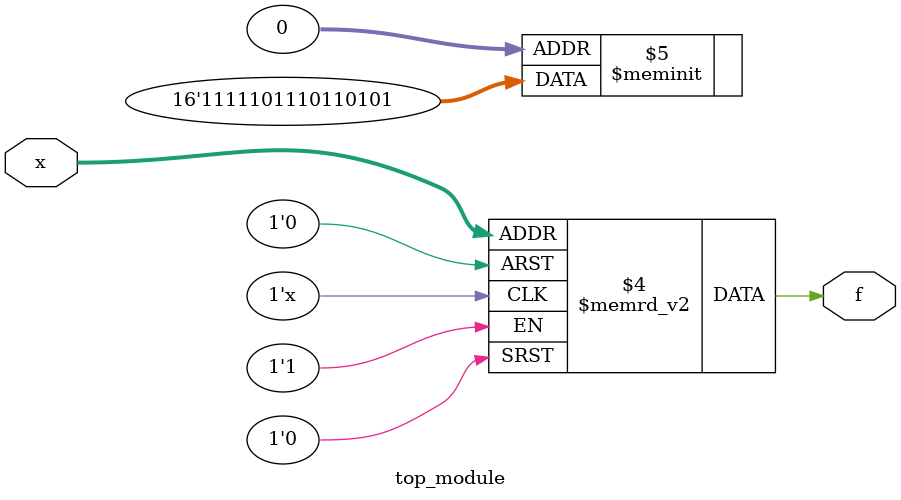
<source format=sv>
module top_module (
	input [4:1] x,
	output logic f
);

// Verilog code implementation of the function f using Karnaugh map

always_comb begin
    case (x)
        4'b0000: f = 1; // don't care
        4'b0001: f = 0;
        4'b0010: f = 1; // don't care
        4'b0011: f = 0;
        4'b0100: f = 1;
        4'b0101: f = 1;
        4'b0110: f = 0;
        4'b0111: f = 1; // don't care
        4'b1000: f = 1;
        4'b1001: f = 1;
        4'b1010: f = 0;
        4'b1011: f = 1; // don't care
        4'b1100: f = 1;
        4'b1101: f = 1;
        4'b1110: f = 1; // don't care
        4'b1111: f = 1; // don't care
    endcase
end

endmodule

</source>
